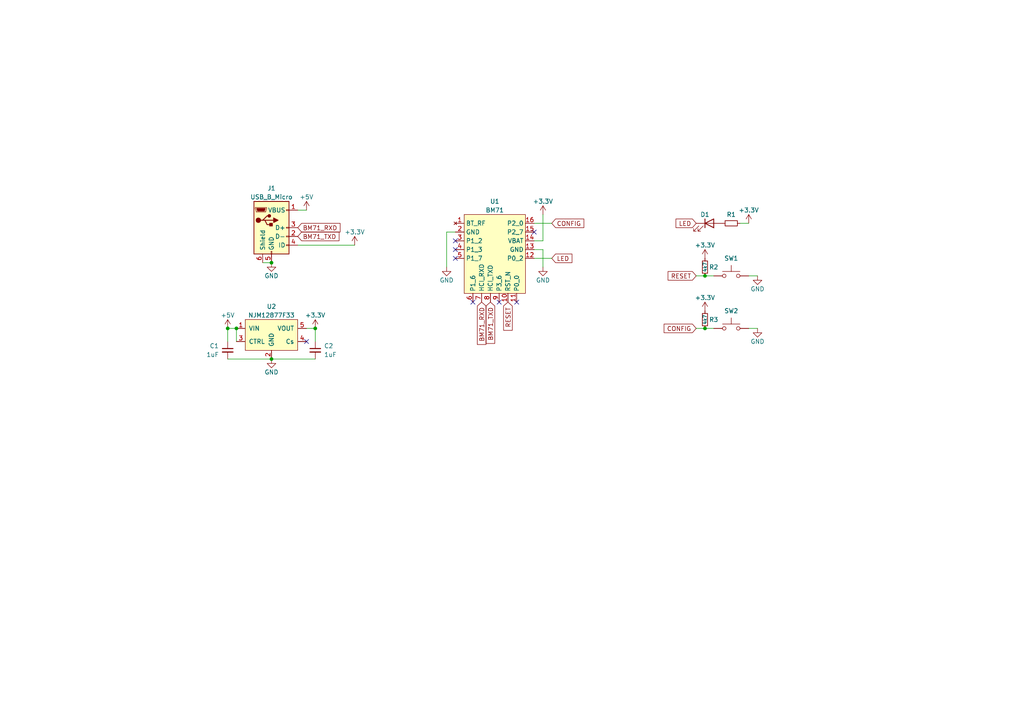
<source format=kicad_sch>
(kicad_sch (version 20211123) (generator eeschema)
  (paper "A4")
  (title_block (title "BM71-Dongle") (date "2022-11-08") (rev "V1.0") (company "https://github.com/KimiakiK"))
  (lib_symbols
    (symbol "BM71-Dongle:BM71"
      (property "Reference" "U" (at 0 11.43 0))
      (property "Value" "BM71" (at 0 8.89 0))
      (symbol "BM71_0_0"
        (pin no_connect line (at -11.43 5.08 0) (length 2.54) (name "BT_RF") (number "1"))
        (pin passive line (at 3.81 -17.78 90) (length 2.54) (name "RST_N") (number "10"))
        (pin passive line (at 6.35 -17.78 90) (length 2.54) (name "P0_0") (number "11"))
        (pin passive line (at 11.43 -5.08 180) (length 2.54) (name "P0_2") (number "12"))
        (pin power_in line (at 11.43 -2.54 180) (length 2.54) (name "GND") (number "13"))
        (pin power_in line (at 11.43 0 180) (length 2.54) (name "VBAT") (number "14"))
        (pin passive line (at 11.43 2.54 180) (length 2.54) (name "P2_7") (number "15"))
        (pin passive line (at 11.43 5.08 180) (length 2.54) (name "P2_0") (number "16"))
        (pin power_in line (at -11.43 2.54 0) (length 2.54) (name "GND") (number "2"))
        (pin passive line (at -11.43 0 0) (length 2.54) (name "P1_2") (number "3"))
        (pin passive line (at -11.43 -2.54 0) (length 2.54) (name "P1_3") (number "4"))
        (pin passive line (at -11.43 -5.08 0) (length 2.54) (name "P1_7") (number "5"))
        (pin passive line (at -6.35 -17.78 90) (length 2.54) (name "P1_6") (number "6"))
        (pin passive line (at -3.81 -17.78 90) (length 2.54) (name "HCI_RXD") (number "7"))
        (pin passive line (at -1.27 -17.78 90) (length 2.54) (name "HCI_TXD") (number "8"))
        (pin passive line (at 1.27 -17.78 90) (length 2.54) (name "P3_6") (number "9"))
      )
      (symbol "BM71_0_1"
        (rectangle (start -8.89 7.62) (end 8.89 -15.24) (fill (type background)))
      )
    )
    (symbol "BM71-Dongle:NJM12877F33" (pin_names (offset 1.016))
      (property "Reference" "U" (at 0 8.89 0))
      (property "Value" "NJM12877F33" (at 0 6.35 0))
      (symbol "NJM12877F33_0_0"
        (pin power_in line (at -10.16 2.54 0) (length 2.54) (name "VIN") (number "1"))
        (pin power_in line (at 0 -6.35 90) (length 2.54) (name "GND") (number "2"))
        (pin passive line (at -10.16 -1.27 0) (length 2.54) (name "CTRL") (number "3"))
        (pin passive line (at 10.16 -1.27 180) (length 2.54) (name "Cs") (number "4"))
        (pin power_out line (at 10.16 2.54 180) (length 2.54) (name "VOUT") (number "5"))
      )
      (symbol "NJM12877F33_0_1"
        (rectangle (start -7.62 5.08) (end 7.62 -3.81) (fill (type background)))
      )
    )
    (symbol "Connector:USB_B_Micro" (pin_names (offset 1.016))
      (property "Reference" "J" (at -5.08 11.43 0))
      (property "Value" "USB_B_Micro" (at -5.08 8.89 0))
      (symbol "USB_B_Micro_0_1"
        (rectangle (start -5.08 -7.62) (end 5.08 7.62) (stroke (width 0.254)) (fill (type background)))
        (circle (center -3.81 2.159) (radius 0.635) (stroke (width 0.254)) (fill (type outline)))
        (circle (center -0.635 3.429) (radius 0.381) (stroke (width 0.254)) (fill (type outline)))
        (rectangle (start -0.127 -7.62) (end 0.127 -6.858))
        (polyline (pts (xy -1.905 2.159) (xy 0.635 2.159)) (stroke (width 0.254)))
        (polyline (pts (xy -3.175 2.159) (xy -2.54 2.159) (xy -1.27 3.429) (xy -0.635 3.429)) (stroke (width 0.254)))
        (polyline (pts (xy -2.54 2.159) (xy -1.905 2.159) (xy -1.27 0.889) (xy 0 0.889)) (stroke (width 0.254)))
        (polyline (pts (xy 0.635 2.794) (xy 0.635 1.524) (xy 1.905 2.159) (xy 0.635 2.794)) (stroke (width 0.254)) (fill (type outline)))
        (polyline (pts (xy -4.318 5.588) (xy -1.778 5.588) (xy -2.032 4.826) (xy -4.064 4.826) (xy -4.318 5.588)) (fill (type outline)))
        (polyline (pts (xy -4.699 5.842) (xy -4.699 5.588) (xy -4.445 4.826) (xy -4.445 4.572) (xy -1.651 4.572) (xy -1.651 4.826) (xy -1.397 5.588) (xy -1.397 5.842) (xy -4.699 5.842)))
        (rectangle (start 0.254 1.27) (end -0.508 0.508) (stroke (width 0.254)) (fill (type outline)))
        (rectangle (start 5.08 -5.207) (end 4.318 -4.953))
        (rectangle (start 5.08 -2.667) (end 4.318 -2.413))
        (rectangle (start 5.08 -0.127) (end 4.318 0.127))
        (rectangle (start 5.08 4.953) (end 4.318 5.207))
      )
      (symbol "USB_B_Micro_1_1"
        (pin power_out line (at 7.62 5.08 180) (length 2.54) (name "VBUS") (number "1"))
        (pin bidirectional line (at 7.62 -2.54 180) (length 2.54) (name "D-") (number "2"))
        (pin bidirectional line (at 7.62 0 180) (length 2.54) (name "D+") (number "3"))
        (pin passive line (at 7.62 -5.08 180) (length 2.54) (name "ID") (number "4"))
        (pin power_out line (at 0 -10.16 90) (length 2.54) (name "GND") (number "5"))
        (pin passive line (at -2.54 -10.16 90) (length 2.54) (name "Shield") (number "6"))
      )
    )
    (symbol "Device:C_Small" (pin_numbers hide) (pin_names (offset 0.254) hide)
      (property "Reference" "C" (at 0.254 1.778 0))
      (property "Value" "C_Small" (at 0.254 -2.032 0))
      (symbol "C_Small_0_1"
        (polyline (pts (xy -1.524 -0.508) (xy 1.524 -0.508)) (stroke (width 0.3302)))
        (polyline (pts (xy -1.524 0.508) (xy 1.524 0.508)) (stroke (width 0.3048)))
      )
      (symbol "C_Small_1_1"
        (pin passive line (at 0 2.54 270) (length 2.032) (name "~") (number "1"))
        (pin passive line (at 0 -2.54 90) (length 2.032) (name "~") (number "2"))
      )
    )
    (symbol "Device:LED" (pin_numbers hide) (pin_names (offset 1.016) hide)
      (property "Reference" "D" (at 0 2.54 0))
      (property "Value" "LED" (at 0 -2.54 0))
      (symbol "LED_0_1"
        (polyline (pts (xy -1.27 -1.27) (xy -1.27 1.27)) (stroke (width 0.254)))
        (polyline (pts (xy -1.27 0) (xy 1.27 0)))
        (polyline (pts (xy 1.27 -1.27) (xy 1.27 1.27) (xy -1.27 0) (xy 1.27 -1.27)) (stroke (width 0.254)))
        (polyline (pts (xy -3.048 -0.762) (xy -4.572 -2.286) (xy -3.81 -2.286) (xy -4.572 -2.286) (xy -4.572 -1.524)))
        (polyline (pts (xy -1.778 -0.762) (xy -3.302 -2.286) (xy -2.54 -2.286) (xy -3.302 -2.286) (xy -3.302 -1.524)))
      )
      (symbol "LED_1_1"
        (pin passive line (at -3.81 0 0) (length 2.54) (name "K") (number "1"))
        (pin passive line (at 3.81 0 180) (length 2.54) (name "A") (number "2"))
      )
    )
    (symbol "Device:R_Small" (pin_numbers hide) (pin_names (offset 0.254) hide)
      (property "Reference" "R" (at 0.762 0.508 0))
      (property "Value" "R_Small" (at 0.762 -1.016 0))
      (symbol "R_Small_0_1"
        (rectangle (start -0.762 1.778) (end 0.762 -1.778) (stroke (width 0.2032)))
      )
      (symbol "R_Small_1_1"
        (pin passive line (at 0 2.54 270) (length 0.762) (name "~") (number "1"))
        (pin passive line (at 0 -2.54 90) (length 0.762) (name "~") (number "2"))
      )
    )
    (symbol "Switch:SW_Push" (pin_numbers hide) (pin_names (offset 1.016) hide)
      (property "Reference" "SW" (at 1.27 2.54 0))
      (property "Value" "SW_Push" (at 0 -1.524 0))
      (symbol "SW_Push_0_1"
        (circle (center -2.032 0) (radius 0.508))
        (polyline (pts (xy 0 1.27) (xy 0 3.048)))
        (polyline (pts (xy 2.54 1.27) (xy -2.54 1.27)))
        (circle (center 2.032 0) (radius 0.508))
        (pin passive line (at -5.08 0 0) (length 2.54) (name "1") (number "1"))
        (pin passive line (at 5.08 0 180) (length 2.54) (name "2") (number "2"))
      )
    )
    (symbol "power:+3.3V" (power) (pin_names (offset 0))
      (property "Value" "+3.3V" (at 0 3.556 0))
      (symbol "+3.3V_0_1"
        (polyline (pts (xy -0.762 1.27) (xy 0 2.54)))
        (polyline (pts (xy 0 0) (xy 0 2.54)))
        (polyline (pts (xy 0 2.54) (xy 0.762 1.27)))
      )
      (symbol "+3.3V_1_1"
        (pin power_in line (at 0 0 90) (length 0) hide (name "+3.3V") (number "1"))
      )
    )
    (symbol "power:+5V" (power) (pin_names (offset 0))
      (property "Value" "+5V" (at 0 3.556 0))
      (symbol "+5V_0_1"
        (polyline (pts (xy -0.762 1.27) (xy 0 2.54)))
        (polyline (pts (xy 0 0) (xy 0 2.54)))
        (polyline (pts (xy 0 2.54) (xy 0.762 1.27)))
      )
      (symbol "+5V_1_1"
        (pin power_in line (at 0 0 90) (length 0) hide (name "+5V") (number "1"))
      )
    )
    (symbol "power:GND" (power) (pin_names (offset 0))
      (property "Value" "GND" (at 0 -3.81 0))
      (symbol "GND_0_1"
        (polyline (pts (xy 0 0) (xy 0 -1.27) (xy 1.27 -1.27) (xy 0 -2.54) (xy -1.27 -1.27) (xy 0 -1.27)))
      )
      (symbol "GND_1_1"
        (pin power_in line (at 0 0 270) (length 0) hide (name "GND") (number "1"))
      )
    )
  )
  (junction (at 66.04 95.25))
  (junction (at 78.74 104.14))
  (junction (at 204.47 95.25))
  (junction (at 91.44 95.25))
  (junction (at 68.58 95.25))
  (junction (at 78.74 76.2))
  (junction (at 204.47 80.01))
  (no_connect (at 88.9 99.06))
  (no_connect (at 132.08 72.39))
  (no_connect (at 132.08 69.85))
  (no_connect (at 132.08 74.93))
  (no_connect (at 154.94 67.31))
  (no_connect (at 144.78 87.63))
  (no_connect (at 137.16 87.63))
  (no_connect (at 149.86 87.63))
  (wire (pts (xy 88.9 95.25) (xy 91.44 95.25)))
  (wire (pts (xy 201.93 80.01) (xy 204.47 80.01)))
  (wire (pts (xy 154.94 64.77) (xy 160.02 64.77)))
  (wire (pts (xy 78.74 104.14) (xy 91.44 104.14)))
  (wire (pts (xy 132.08 67.31) (xy 129.54 67.31)))
  (wire (pts (xy 154.94 74.93) (xy 160.02 74.93)))
  (wire (pts (xy 204.47 80.01) (xy 207.01 80.01)))
  (wire (pts (xy 76.2 76.2) (xy 78.74 76.2)))
  (wire (pts (xy 66.04 95.25) (xy 66.04 99.06)))
  (wire (pts (xy 86.36 71.12) (xy 102.87 71.12)))
  (wire (pts (xy 201.93 95.25) (xy 204.47 95.25)))
  (wire (pts (xy 154.94 69.85) (xy 157.48 69.85)))
  (wire (pts (xy 154.94 72.39) (xy 157.48 72.39)))
  (wire (pts (xy 91.44 95.25) (xy 91.44 99.06)))
  (wire (pts (xy 86.36 60.96) (xy 88.9 60.96)))
  (wire (pts (xy 129.54 67.31) (xy 129.54 77.47)))
  (wire (pts (xy 214.63 64.77) (xy 217.17 64.77)))
  (wire (pts (xy 217.17 95.25) (xy 219.71 95.25)))
  (wire (pts (xy 66.04 104.14) (xy 78.74 104.14)))
  (wire (pts (xy 66.04 95.25) (xy 68.58 95.25)))
  (wire (pts (xy 68.58 95.25) (xy 68.58 99.06)))
  (wire (pts (xy 157.48 72.39) (xy 157.48 77.47)))
  (wire (pts (xy 204.47 95.25) (xy 207.01 95.25)))
  (wire (pts (xy 217.17 80.01) (xy 219.71 80.01)))
  (wire (pts (xy 157.48 69.85) (xy 157.48 62.23)))
  (global_label "RESET" (shape input) (at 147.32 87.63 270) (property "シート間のリファレンス" "${INTERSHEET_REFS}" (effects hide)))
  (global_label "CONFIG" (shape input) (at 160.02 64.77 0) (property "シート間のリファレンス" "${INTERSHEET_REFS}" (effects hide)))
  (global_label "BM71_RXD" (shape input) (at 139.7 87.63 270) (property "シート間のリファレンス" "${INTERSHEET_REFS}" (effects hide)))
  (global_label "BM71_RXD" (shape input) (at 86.36 66.04 0) (property "シート間のリファレンス" "${INTERSHEET_REFS}" (effects hide)))
  (global_label "LED" (shape input) (at 160.02 74.93 0) (property "シート間のリファレンス" "${INTERSHEET_REFS}" (effects hide)))
  (global_label "RESET" (shape input) (at 201.93 80.01 180) (property "シート間のリファレンス" "${INTERSHEET_REFS}" (effects hide)))
  (global_label "BM71_TXD" (shape input) (at 142.24 87.63 270) (property "シート間のリファレンス" "${INTERSHEET_REFS}" (effects hide)))
  (global_label "CONFIG" (shape input) (at 201.93 95.25 180) (property "シート間のリファレンス" "${INTERSHEET_REFS}" (effects hide)))
  (global_label "BM71_TXD" (shape input) (at 86.36 68.58 0) (property "シート間のリファレンス" "${INTERSHEET_REFS}" (effects hide)))
  (global_label "LED" (shape input) (at 201.93 64.77 180) (property "シート間のリファレンス" "${INTERSHEET_REFS}" (effects hide)))
  (symbol (lib_id "power:GND") (at 219.71 80.01 0) (unit 1)
    (property "Reference" "#PWR09" (effects hide))
    (property "Value" "GND" (at 219.71 83.82 0))
  )
  (symbol (lib_id "Switch:SW_Push") (at 212.09 95.25 0) (unit 1)
    (property "Reference" "SW2" (at 212.09 90.17 0))
    (property "Value" "SW" (effects hide))
    (property "Footprint" "BM71-Dongle:SW_TVAF06" (effects hide))
  )
  (symbol (lib_id "power:GND") (at 219.71 95.25 0) (unit 1)
    (property "Reference" "#PWR013" (effects hide))
    (property "Value" "GND" (at 219.71 99.06 0))
  )
  (symbol (lib_id "power:GND") (at 157.48 77.47 0) (unit 1)
    (property "Reference" "#PWR08" (effects hide))
    (property "Value" "GND" (at 157.48 81.28 0))
  )
  (symbol (lib_id "power:GND") (at 78.74 76.2 0) (unit 1)
    (property "Reference" "#PWR06" (effects hide))
    (property "Value" "GND" (at 78.74 80.01 0))
  )
  (symbol (lib_id "power:+3.3V") (at 157.48 62.23 0) (unit 1)
    (property "Reference" "#PWR02" (effects hide))
    (property "Value" "+3.3V" (at 157.48 58.42 0))
  )
  (symbol (lib_id "Connector:USB_B_Micro") (at 78.74 66.04 0) (unit 1)
    (property "Reference" "J1" (at 78.74 54.61 0))
    (property "Value" "USB_B_Micro" (at 78.74 57.15 0))
    (property "Footprint" "BM71-Dongle:USB MicroB Male" (effects hide))
  )
  (symbol (lib_id "power:+3.3V") (at 217.17 64.77 0) (unit 1)
    (property "Reference" "#PWR03" (effects hide))
    (property "Value" "+3.3V" (at 217.17 60.96 0))
  )
  (symbol (lib_id "Device:R_Small") (at 212.09 64.77 90) (unit 1)
    (property "Reference" "R1" (at 212.09 62.23 90))
    (property "Value" "R" (effects hide))
    (property "Footprint" "BM71-Dongle:1608Metric" (effects hide))
  )
  (symbol (lib_id "power:+5V") (at 66.04 95.25 0) (unit 1)
    (property "Reference" "#PWR011" (effects hide))
    (property "Value" "+5V" (at 66.04 91.44 0))
  )
  (symbol (lib_id "power:+3.3V") (at 204.47 74.93 0) (unit 1)
    (property "Reference" "#PWR05" (effects hide))
    (property "Value" "+3.3V" (at 204.47 71.12 0))
  )
  (symbol (lib_id "power:+3.3V") (at 91.44 95.25 0) (unit 1)
    (property "Reference" "#PWR012" (effects hide))
    (property "Value" "+3.3V" (at 91.44 91.44 0))
  )
  (symbol (lib_id "Device:C_Small") (at 91.44 101.6 0) (unit 1)
    (property "Reference" "C2" (at 93.98 100.33 0) (effects (justify left)))
    (property "Value" "1uF" (at 93.98 102.87 0) (effects (justify left)))
    (property "Footprint" "BM71-Dongle:1608Metric" (effects hide))
  )
  (symbol (lib_id "power:+5V") (at 88.9 60.96 0) (unit 1)
    (property "Reference" "#PWR01" (effects hide))
    (property "Value" "+5V" (at 88.9 57.15 0))
  )
  (symbol (lib_id "power:GND") (at 78.74 104.14 0) (unit 1)
    (property "Reference" "#PWR014" (effects hide))
    (property "Value" "GND" (at 78.74 107.95 0))
  )
  (symbol (lib_id "Device:LED") (at 205.74 64.77 0) (unit 1)
    (property "Reference" "D1" (at 204.47 62.23 0))
    (property "Value" "LED" (effects hide))
    (property "Footprint" "BM71-Dongle:1608Metric" (effects hide))
  )
  (symbol (lib_id "Device:R_Small") (at 204.47 92.71 0) (unit 1)
    (property "Reference" "R3" (at 207.01 92.71 0))
    (property "Value" "4k7" (at 204.47 92.71 90) (effects (font (size 1.016 1.016))))
    (property "Footprint" "BM71-Dongle:1608Metric" (effects hide))
  )
  (symbol (lib_id "Switch:SW_Push") (at 212.09 80.01 0) (unit 1)
    (property "Reference" "SW1" (at 212.09 74.93 0))
    (property "Value" "SW" (effects hide))
    (property "Footprint" "BM71-Dongle:SW_TVAF06" (effects hide))
  )
  (symbol (lib_id "Device:R_Small") (at 204.47 77.47 0) (unit 1)
    (property "Reference" "R2" (at 207.01 77.47 0))
    (property "Value" "4k7" (at 204.47 77.47 90) (effects (font (size 1.016 1.016))))
    (property "Footprint" "BM71-Dongle:1608Metric" (effects hide))
  )
  (symbol (lib_id "BM71-Dongle:NJM12877F33") (at 78.74 97.79 0) (unit 1)
    (property "Reference" "U2" (at 78.74 88.9 0))
    (property "Value" "NJM12877F33" (at 78.74 91.44 0))
    (property "Footprint" "BM71-Dongle:SOT-23-5" (effects hide))
  )
  (symbol (lib_id "power:+3.3V") (at 204.47 90.17 0) (unit 1)
    (property "Reference" "#PWR010" (effects hide))
    (property "Value" "+3.3V" (at 204.47 86.36 0))
  )
  (symbol (lib_id "power:+3.3V") (at 102.87 71.12 0) (unit 1)
    (property "Reference" "#PWR04" (effects hide))
    (property "Value" "+3.3V" (at 102.87 67.31 0))
  )
  (symbol (lib_id "Device:C_Small") (at 66.04 101.6 0) (unit 1)
    (property "Reference" "C1" (at 63.5 100.33 0) (effects (justify right)))
    (property "Value" "1uF" (at 63.5 102.87 0) (effects (justify right)))
    (property "Footprint" "BM71-Dongle:1608Metric" (effects hide))
  )
  (symbol (lib_id "BM71-Dongle:BM71") (at 143.51 69.85 0) (unit 1)
    (property "Reference" "U1" (at 143.51 58.42 0))
    (property "Value" "BM71" (at 143.51 60.96 0))
    (property "Footprint" "BM71-Dongle:BM71" (effects hide))
  )
  (symbol (lib_id "power:GND") (at 129.54 77.47 0) (unit 1)
    (property "Reference" "#PWR07" (effects hide))
    (property "Value" "GND" (at 129.54 81.28 0))
  )
)
</source>
